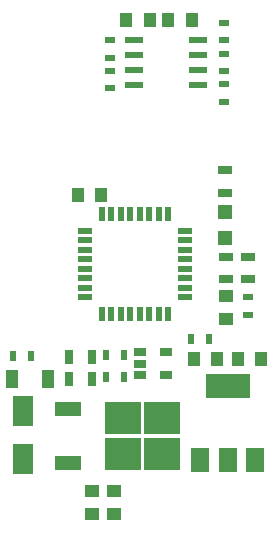
<source format=gtp>
G04 #@! TF.FileFunction,Paste,Top*
%FSLAX46Y46*%
G04 Gerber Fmt 4.6, Leading zero omitted, Abs format (unit mm)*
G04 Created by KiCad (PCBNEW 4.0.2-stable) date 9/8/2017 10:58:26 PM*
%MOMM*%
G01*
G04 APERTURE LIST*
%ADD10C,0.100000*%
%ADD11R,1.200000X0.600000*%
%ADD12R,0.600000X1.200000*%
%ADD13R,1.000000X1.250000*%
%ADD14R,1.250000X1.000000*%
%ADD15R,1.000000X1.600000*%
%ADD16R,0.900000X0.500000*%
%ADD17R,0.700000X1.300000*%
%ADD18R,1.300000X0.700000*%
%ADD19R,2.200000X1.200000*%
%ADD20R,3.050000X2.750000*%
%ADD21R,3.800000X2.000000*%
%ADD22R,1.500000X2.000000*%
%ADD23R,1.550000X0.600000*%
%ADD24R,1.800000X2.500000*%
%ADD25R,1.200000X1.200000*%
%ADD26R,0.500000X0.900000*%
%ADD27R,1.060000X0.650000*%
G04 APERTURE END LIST*
D10*
D11*
X116245000Y-108205500D03*
X116245000Y-107405500D03*
X116245000Y-106605500D03*
X116245000Y-105805500D03*
X116245000Y-105005500D03*
X116245000Y-104205500D03*
X116245000Y-103405500D03*
X116245000Y-102605500D03*
D12*
X114795000Y-101155500D03*
X113995000Y-101155500D03*
X113195000Y-101155500D03*
X112395000Y-101155500D03*
X111595000Y-101155500D03*
X110795000Y-101155500D03*
X109995000Y-101155500D03*
X109195000Y-101155500D03*
D11*
X107745000Y-102605500D03*
X107745000Y-103405500D03*
X107745000Y-104205500D03*
X107745000Y-105005500D03*
X107745000Y-105805500D03*
X107745000Y-106605500D03*
X107745000Y-107405500D03*
X107745000Y-108205500D03*
D12*
X109195000Y-109655500D03*
X109995000Y-109655500D03*
X110795000Y-109655500D03*
X111595000Y-109655500D03*
X112395000Y-109655500D03*
X113195000Y-109655500D03*
X113995000Y-109655500D03*
X114795000Y-109655500D03*
D13*
X114824000Y-84709000D03*
X116824000Y-84709000D03*
D14*
X119697500Y-110077000D03*
X119697500Y-108077000D03*
D15*
X101624000Y-115112800D03*
X104624000Y-115112800D03*
D14*
X110236000Y-124603000D03*
X110236000Y-126603000D03*
X108331000Y-124603000D03*
X108331000Y-126603000D03*
D13*
X120682000Y-113482500D03*
X122682000Y-113482500D03*
X118983000Y-113482500D03*
X116983000Y-113482500D03*
D16*
X121602500Y-108228000D03*
X121602500Y-109728000D03*
D17*
X106441200Y-115163600D03*
X108341200Y-115163600D03*
D18*
X121602500Y-106680000D03*
X121602500Y-104780000D03*
X119697500Y-104775000D03*
X119697500Y-106675000D03*
D16*
X119507000Y-91694000D03*
X119507000Y-90194000D03*
X109855000Y-86447500D03*
X109855000Y-87947500D03*
X119507000Y-89090500D03*
X119507000Y-87590500D03*
X109855000Y-89027000D03*
X109855000Y-90527000D03*
X119507000Y-86463000D03*
X119507000Y-84963000D03*
D19*
X106353500Y-117671500D03*
X106353500Y-122231500D03*
D20*
X114328500Y-121476500D03*
X110978500Y-118426500D03*
X114328500Y-118426500D03*
X110978500Y-121476500D03*
D21*
X119840500Y-115730000D03*
D22*
X119840500Y-122030000D03*
X122140500Y-122030000D03*
X117540500Y-122030000D03*
D23*
X111917500Y-86423500D03*
X111917500Y-87693500D03*
X111917500Y-88963500D03*
X111917500Y-90233500D03*
X117317500Y-90233500D03*
X117317500Y-88963500D03*
X117317500Y-87693500D03*
X117317500Y-86423500D03*
D24*
X102552500Y-117888000D03*
X102552500Y-121888000D03*
D18*
X119634000Y-99364800D03*
X119634000Y-97464800D03*
D25*
X119634000Y-103182600D03*
X119634000Y-100982600D03*
D13*
X107140500Y-99568000D03*
X109140500Y-99568000D03*
D26*
X118238400Y-111760000D03*
X116738400Y-111760000D03*
X101662800Y-113233200D03*
X103162800Y-113233200D03*
D13*
X111268000Y-84709000D03*
X113268000Y-84709000D03*
D17*
X108341200Y-113284000D03*
X106441200Y-113284000D03*
D27*
X112438000Y-112892800D03*
X112438000Y-113842800D03*
X112438000Y-114792800D03*
X114638000Y-114792800D03*
X114638000Y-112892800D03*
D26*
X109536800Y-113080800D03*
X111036800Y-113080800D03*
X109536800Y-115011200D03*
X111036800Y-115011200D03*
M02*

</source>
